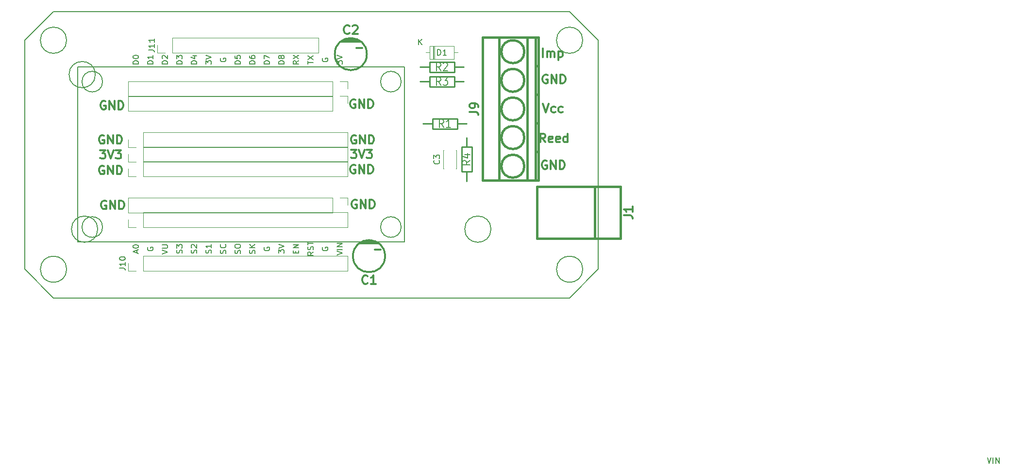
<source format=gto>
G04 #@! TF.GenerationSoftware,KiCad,Pcbnew,5.0.2-bee76a0~70~ubuntu18.04.1*
G04 #@! TF.CreationDate,2019-02-08T19:23:00+01:00*
G04 #@! TF.ProjectId,Metering,4d657465-7269-46e6-972e-6b696361645f,rev?*
G04 #@! TF.SameCoordinates,Original*
G04 #@! TF.FileFunction,Legend,Top*
G04 #@! TF.FilePolarity,Positive*
%FSLAX46Y46*%
G04 Gerber Fmt 4.6, Leading zero omitted, Abs format (unit mm)*
G04 Created by KiCad (PCBNEW 5.0.2-bee76a0~70~ubuntu18.04.1) date Fr 08 Feb 2019 19:23:00 CET*
%MOMM*%
%LPD*%
G01*
G04 APERTURE LIST*
%ADD10C,0.150000*%
%ADD11C,0.300000*%
%ADD12C,0.120000*%
%ADD13C,0.381000*%
%ADD14C,0.304800*%
%ADD15C,0.254000*%
%ADD16C,0.203200*%
G04 APERTURE END LIST*
D10*
X100000000Y-95000000D02*
X105000000Y-100000000D01*
X100000000Y-55000000D02*
X105000000Y-50000000D01*
X195000000Y-100000000D02*
X200000000Y-95000000D01*
X195000000Y-50000000D02*
X200000000Y-55000000D01*
D11*
X190345428Y-57955571D02*
X190345428Y-56455571D01*
X191059714Y-57955571D02*
X191059714Y-56955571D01*
X191059714Y-57098428D02*
X191131142Y-57027000D01*
X191274000Y-56955571D01*
X191488285Y-56955571D01*
X191631142Y-57027000D01*
X191702571Y-57169857D01*
X191702571Y-57955571D01*
X191702571Y-57169857D02*
X191774000Y-57027000D01*
X191916857Y-56955571D01*
X192131142Y-56955571D01*
X192274000Y-57027000D01*
X192345428Y-57169857D01*
X192345428Y-57955571D01*
X193059714Y-56955571D02*
X193059714Y-58455571D01*
X193059714Y-57027000D02*
X193202571Y-56955571D01*
X193488285Y-56955571D01*
X193631142Y-57027000D01*
X193702571Y-57098428D01*
X193774000Y-57241285D01*
X193774000Y-57669857D01*
X193702571Y-57812714D01*
X193631142Y-57884142D01*
X193488285Y-57955571D01*
X193202571Y-57955571D01*
X193059714Y-57884142D01*
X190778000Y-72814571D02*
X190278000Y-72100285D01*
X189920857Y-72814571D02*
X189920857Y-71314571D01*
X190492285Y-71314571D01*
X190635142Y-71386000D01*
X190706571Y-71457428D01*
X190778000Y-71600285D01*
X190778000Y-71814571D01*
X190706571Y-71957428D01*
X190635142Y-72028857D01*
X190492285Y-72100285D01*
X189920857Y-72100285D01*
X191992285Y-72743142D02*
X191849428Y-72814571D01*
X191563714Y-72814571D01*
X191420857Y-72743142D01*
X191349428Y-72600285D01*
X191349428Y-72028857D01*
X191420857Y-71886000D01*
X191563714Y-71814571D01*
X191849428Y-71814571D01*
X191992285Y-71886000D01*
X192063714Y-72028857D01*
X192063714Y-72171714D01*
X191349428Y-72314571D01*
X193278000Y-72743142D02*
X193135142Y-72814571D01*
X192849428Y-72814571D01*
X192706571Y-72743142D01*
X192635142Y-72600285D01*
X192635142Y-72028857D01*
X192706571Y-71886000D01*
X192849428Y-71814571D01*
X193135142Y-71814571D01*
X193278000Y-71886000D01*
X193349428Y-72028857D01*
X193349428Y-72171714D01*
X192635142Y-72314571D01*
X194635142Y-72814571D02*
X194635142Y-71314571D01*
X194635142Y-72743142D02*
X194492285Y-72814571D01*
X194206571Y-72814571D01*
X194063714Y-72743142D01*
X193992285Y-72671714D01*
X193920857Y-72528857D01*
X193920857Y-72100285D01*
X193992285Y-71957428D01*
X194063714Y-71886000D01*
X194206571Y-71814571D01*
X194492285Y-71814571D01*
X194635142Y-71886000D01*
X190365285Y-66107571D02*
X190865285Y-67607571D01*
X191365285Y-66107571D01*
X192508142Y-67536142D02*
X192365285Y-67607571D01*
X192079571Y-67607571D01*
X191936714Y-67536142D01*
X191865285Y-67464714D01*
X191793857Y-67321857D01*
X191793857Y-66893285D01*
X191865285Y-66750428D01*
X191936714Y-66679000D01*
X192079571Y-66607571D01*
X192365285Y-66607571D01*
X192508142Y-66679000D01*
X193793857Y-67536142D02*
X193651000Y-67607571D01*
X193365285Y-67607571D01*
X193222428Y-67536142D01*
X193151000Y-67464714D01*
X193079571Y-67321857D01*
X193079571Y-66893285D01*
X193151000Y-66750428D01*
X193222428Y-66679000D01*
X193365285Y-66607571D01*
X193651000Y-66607571D01*
X193793857Y-66679000D01*
X191135142Y-61099000D02*
X190992285Y-61027571D01*
X190778000Y-61027571D01*
X190563714Y-61099000D01*
X190420857Y-61241857D01*
X190349428Y-61384714D01*
X190278000Y-61670428D01*
X190278000Y-61884714D01*
X190349428Y-62170428D01*
X190420857Y-62313285D01*
X190563714Y-62456142D01*
X190778000Y-62527571D01*
X190920857Y-62527571D01*
X191135142Y-62456142D01*
X191206571Y-62384714D01*
X191206571Y-61884714D01*
X190920857Y-61884714D01*
X191849428Y-62527571D02*
X191849428Y-61027571D01*
X192706571Y-62527571D01*
X192706571Y-61027571D01*
X193420857Y-62527571D02*
X193420857Y-61027571D01*
X193778000Y-61027571D01*
X193992285Y-61099000D01*
X194135142Y-61241857D01*
X194206571Y-61384714D01*
X194278000Y-61670428D01*
X194278000Y-61884714D01*
X194206571Y-62170428D01*
X194135142Y-62313285D01*
X193992285Y-62456142D01*
X193778000Y-62527571D01*
X193420857Y-62527571D01*
X191008142Y-76085000D02*
X190865285Y-76013571D01*
X190651000Y-76013571D01*
X190436714Y-76085000D01*
X190293857Y-76227857D01*
X190222428Y-76370714D01*
X190151000Y-76656428D01*
X190151000Y-76870714D01*
X190222428Y-77156428D01*
X190293857Y-77299285D01*
X190436714Y-77442142D01*
X190651000Y-77513571D01*
X190793857Y-77513571D01*
X191008142Y-77442142D01*
X191079571Y-77370714D01*
X191079571Y-76870714D01*
X190793857Y-76870714D01*
X191722428Y-77513571D02*
X191722428Y-76013571D01*
X192579571Y-77513571D01*
X192579571Y-76013571D01*
X193293857Y-77513571D02*
X193293857Y-76013571D01*
X193651000Y-76013571D01*
X193865285Y-76085000D01*
X194008142Y-76227857D01*
X194079571Y-76370714D01*
X194151000Y-76656428D01*
X194151000Y-76870714D01*
X194079571Y-77156428D01*
X194008142Y-77299285D01*
X193865285Y-77442142D01*
X193651000Y-77513571D01*
X193293857Y-77513571D01*
X156892857Y-74108571D02*
X157821428Y-74108571D01*
X157321428Y-74680000D01*
X157535714Y-74680000D01*
X157678571Y-74751428D01*
X157750000Y-74822857D01*
X157821428Y-74965714D01*
X157821428Y-75322857D01*
X157750000Y-75465714D01*
X157678571Y-75537142D01*
X157535714Y-75608571D01*
X157107142Y-75608571D01*
X156964285Y-75537142D01*
X156892857Y-75465714D01*
X158250000Y-74108571D02*
X158750000Y-75608571D01*
X159250000Y-74108571D01*
X159607142Y-74108571D02*
X160535714Y-74108571D01*
X160035714Y-74680000D01*
X160250000Y-74680000D01*
X160392857Y-74751428D01*
X160464285Y-74822857D01*
X160535714Y-74965714D01*
X160535714Y-75322857D01*
X160464285Y-75465714D01*
X160392857Y-75537142D01*
X160250000Y-75608571D01*
X159821428Y-75608571D01*
X159678571Y-75537142D01*
X159607142Y-75465714D01*
X114173142Y-83070000D02*
X114030285Y-82998571D01*
X113816000Y-82998571D01*
X113601714Y-83070000D01*
X113458857Y-83212857D01*
X113387428Y-83355714D01*
X113316000Y-83641428D01*
X113316000Y-83855714D01*
X113387428Y-84141428D01*
X113458857Y-84284285D01*
X113601714Y-84427142D01*
X113816000Y-84498571D01*
X113958857Y-84498571D01*
X114173142Y-84427142D01*
X114244571Y-84355714D01*
X114244571Y-83855714D01*
X113958857Y-83855714D01*
X114887428Y-84498571D02*
X114887428Y-82998571D01*
X115744571Y-84498571D01*
X115744571Y-82998571D01*
X116458857Y-84498571D02*
X116458857Y-82998571D01*
X116816000Y-82998571D01*
X117030285Y-83070000D01*
X117173142Y-83212857D01*
X117244571Y-83355714D01*
X117316000Y-83641428D01*
X117316000Y-83855714D01*
X117244571Y-84141428D01*
X117173142Y-84284285D01*
X117030285Y-84427142D01*
X116816000Y-84498571D01*
X116458857Y-84498571D01*
X114046142Y-65671000D02*
X113903285Y-65599571D01*
X113689000Y-65599571D01*
X113474714Y-65671000D01*
X113331857Y-65813857D01*
X113260428Y-65956714D01*
X113189000Y-66242428D01*
X113189000Y-66456714D01*
X113260428Y-66742428D01*
X113331857Y-66885285D01*
X113474714Y-67028142D01*
X113689000Y-67099571D01*
X113831857Y-67099571D01*
X114046142Y-67028142D01*
X114117571Y-66956714D01*
X114117571Y-66456714D01*
X113831857Y-66456714D01*
X114760428Y-67099571D02*
X114760428Y-65599571D01*
X115617571Y-67099571D01*
X115617571Y-65599571D01*
X116331857Y-67099571D02*
X116331857Y-65599571D01*
X116689000Y-65599571D01*
X116903285Y-65671000D01*
X117046142Y-65813857D01*
X117117571Y-65956714D01*
X117189000Y-66242428D01*
X117189000Y-66456714D01*
X117117571Y-66742428D01*
X117046142Y-66885285D01*
X116903285Y-67028142D01*
X116689000Y-67099571D01*
X116331857Y-67099571D01*
X157734142Y-71640000D02*
X157591285Y-71568571D01*
X157377000Y-71568571D01*
X157162714Y-71640000D01*
X157019857Y-71782857D01*
X156948428Y-71925714D01*
X156877000Y-72211428D01*
X156877000Y-72425714D01*
X156948428Y-72711428D01*
X157019857Y-72854285D01*
X157162714Y-72997142D01*
X157377000Y-73068571D01*
X157519857Y-73068571D01*
X157734142Y-72997142D01*
X157805571Y-72925714D01*
X157805571Y-72425714D01*
X157519857Y-72425714D01*
X158448428Y-73068571D02*
X158448428Y-71568571D01*
X159305571Y-73068571D01*
X159305571Y-71568571D01*
X160019857Y-73068571D02*
X160019857Y-71568571D01*
X160377000Y-71568571D01*
X160591285Y-71640000D01*
X160734142Y-71782857D01*
X160805571Y-71925714D01*
X160877000Y-72211428D01*
X160877000Y-72425714D01*
X160805571Y-72711428D01*
X160734142Y-72854285D01*
X160591285Y-72997142D01*
X160377000Y-73068571D01*
X160019857Y-73068571D01*
X157607142Y-65417000D02*
X157464285Y-65345571D01*
X157250000Y-65345571D01*
X157035714Y-65417000D01*
X156892857Y-65559857D01*
X156821428Y-65702714D01*
X156750000Y-65988428D01*
X156750000Y-66202714D01*
X156821428Y-66488428D01*
X156892857Y-66631285D01*
X157035714Y-66774142D01*
X157250000Y-66845571D01*
X157392857Y-66845571D01*
X157607142Y-66774142D01*
X157678571Y-66702714D01*
X157678571Y-66202714D01*
X157392857Y-66202714D01*
X158321428Y-66845571D02*
X158321428Y-65345571D01*
X159178571Y-66845571D01*
X159178571Y-65345571D01*
X159892857Y-66845571D02*
X159892857Y-65345571D01*
X160250000Y-65345571D01*
X160464285Y-65417000D01*
X160607142Y-65559857D01*
X160678571Y-65702714D01*
X160750000Y-65988428D01*
X160750000Y-66202714D01*
X160678571Y-66488428D01*
X160607142Y-66631285D01*
X160464285Y-66774142D01*
X160250000Y-66845571D01*
X159892857Y-66845571D01*
X157607142Y-76847000D02*
X157464285Y-76775571D01*
X157250000Y-76775571D01*
X157035714Y-76847000D01*
X156892857Y-76989857D01*
X156821428Y-77132714D01*
X156750000Y-77418428D01*
X156750000Y-77632714D01*
X156821428Y-77918428D01*
X156892857Y-78061285D01*
X157035714Y-78204142D01*
X157250000Y-78275571D01*
X157392857Y-78275571D01*
X157607142Y-78204142D01*
X157678571Y-78132714D01*
X157678571Y-77632714D01*
X157392857Y-77632714D01*
X158321428Y-78275571D02*
X158321428Y-76775571D01*
X159178571Y-78275571D01*
X159178571Y-76775571D01*
X159892857Y-78275571D02*
X159892857Y-76775571D01*
X160250000Y-76775571D01*
X160464285Y-76847000D01*
X160607142Y-76989857D01*
X160678571Y-77132714D01*
X160750000Y-77418428D01*
X160750000Y-77632714D01*
X160678571Y-77918428D01*
X160607142Y-78061285D01*
X160464285Y-78204142D01*
X160250000Y-78275571D01*
X159892857Y-78275571D01*
X157861142Y-82943000D02*
X157718285Y-82871571D01*
X157504000Y-82871571D01*
X157289714Y-82943000D01*
X157146857Y-83085857D01*
X157075428Y-83228714D01*
X157004000Y-83514428D01*
X157004000Y-83728714D01*
X157075428Y-84014428D01*
X157146857Y-84157285D01*
X157289714Y-84300142D01*
X157504000Y-84371571D01*
X157646857Y-84371571D01*
X157861142Y-84300142D01*
X157932571Y-84228714D01*
X157932571Y-83728714D01*
X157646857Y-83728714D01*
X158575428Y-84371571D02*
X158575428Y-82871571D01*
X159432571Y-84371571D01*
X159432571Y-82871571D01*
X160146857Y-84371571D02*
X160146857Y-82871571D01*
X160504000Y-82871571D01*
X160718285Y-82943000D01*
X160861142Y-83085857D01*
X160932571Y-83228714D01*
X161004000Y-83514428D01*
X161004000Y-83728714D01*
X160932571Y-84014428D01*
X160861142Y-84157285D01*
X160718285Y-84300142D01*
X160504000Y-84371571D01*
X160146857Y-84371571D01*
X113792142Y-76974000D02*
X113649285Y-76902571D01*
X113435000Y-76902571D01*
X113220714Y-76974000D01*
X113077857Y-77116857D01*
X113006428Y-77259714D01*
X112935000Y-77545428D01*
X112935000Y-77759714D01*
X113006428Y-78045428D01*
X113077857Y-78188285D01*
X113220714Y-78331142D01*
X113435000Y-78402571D01*
X113577857Y-78402571D01*
X113792142Y-78331142D01*
X113863571Y-78259714D01*
X113863571Y-77759714D01*
X113577857Y-77759714D01*
X114506428Y-78402571D02*
X114506428Y-76902571D01*
X115363571Y-78402571D01*
X115363571Y-76902571D01*
X116077857Y-78402571D02*
X116077857Y-76902571D01*
X116435000Y-76902571D01*
X116649285Y-76974000D01*
X116792142Y-77116857D01*
X116863571Y-77259714D01*
X116935000Y-77545428D01*
X116935000Y-77759714D01*
X116863571Y-78045428D01*
X116792142Y-78188285D01*
X116649285Y-78331142D01*
X116435000Y-78402571D01*
X116077857Y-78402571D01*
X113792142Y-71640000D02*
X113649285Y-71568571D01*
X113435000Y-71568571D01*
X113220714Y-71640000D01*
X113077857Y-71782857D01*
X113006428Y-71925714D01*
X112935000Y-72211428D01*
X112935000Y-72425714D01*
X113006428Y-72711428D01*
X113077857Y-72854285D01*
X113220714Y-72997142D01*
X113435000Y-73068571D01*
X113577857Y-73068571D01*
X113792142Y-72997142D01*
X113863571Y-72925714D01*
X113863571Y-72425714D01*
X113577857Y-72425714D01*
X114506428Y-73068571D02*
X114506428Y-71568571D01*
X115363571Y-73068571D01*
X115363571Y-71568571D01*
X116077857Y-73068571D02*
X116077857Y-71568571D01*
X116435000Y-71568571D01*
X116649285Y-71640000D01*
X116792142Y-71782857D01*
X116863571Y-71925714D01*
X116935000Y-72211428D01*
X116935000Y-72425714D01*
X116863571Y-72711428D01*
X116792142Y-72854285D01*
X116649285Y-72997142D01*
X116435000Y-73068571D01*
X116077857Y-73068571D01*
X113142857Y-74178571D02*
X114071428Y-74178571D01*
X113571428Y-74750000D01*
X113785714Y-74750000D01*
X113928571Y-74821428D01*
X114000000Y-74892857D01*
X114071428Y-75035714D01*
X114071428Y-75392857D01*
X114000000Y-75535714D01*
X113928571Y-75607142D01*
X113785714Y-75678571D01*
X113357142Y-75678571D01*
X113214285Y-75607142D01*
X113142857Y-75535714D01*
X114500000Y-74178571D02*
X115000000Y-75678571D01*
X115500000Y-74178571D01*
X115857142Y-74178571D02*
X116785714Y-74178571D01*
X116285714Y-74750000D01*
X116500000Y-74750000D01*
X116642857Y-74821428D01*
X116714285Y-74892857D01*
X116785714Y-75035714D01*
X116785714Y-75392857D01*
X116714285Y-75535714D01*
X116642857Y-75607142D01*
X116500000Y-75678571D01*
X116071428Y-75678571D01*
X115928571Y-75607142D01*
X115857142Y-75535714D01*
D10*
X100000000Y-95000000D02*
X100000000Y-55000000D01*
X195000000Y-100000000D02*
X105000000Y-100000000D01*
X200000000Y-55000000D02*
X200000000Y-95000000D01*
X105000000Y-50000000D02*
X195000000Y-50000000D01*
G04 #@! TO.C,REF\002A\002A*
X112286000Y-61000000D02*
G75*
G03X112286000Y-61000000I-2286000J0D01*
G01*
X112706000Y-88000000D02*
G75*
G03X112706000Y-88000000I-2286000J0D01*
G01*
X181286000Y-88000000D02*
G75*
G03X181286000Y-88000000I-2286000J0D01*
G01*
G04 #@! TO.C,U1*
X165626051Y-62230000D02*
G75*
G03X165626051Y-62230000I-1796051J0D01*
G01*
X165626051Y-87630000D02*
G75*
G03X165626051Y-87630000I-1796051J0D01*
G01*
X113556051Y-87630000D02*
G75*
G03X113556051Y-87630000I-1796051J0D01*
G01*
X113556051Y-62230000D02*
G75*
G03X113556051Y-62230000I-1796051J0D01*
G01*
X109200000Y-59680000D02*
X109200000Y-89680000D01*
X109200000Y-89680000D02*
X109200000Y-90180000D01*
X109200000Y-90180000D02*
X166200000Y-90180000D01*
X166200000Y-90180000D02*
X166200000Y-59680000D01*
X166200000Y-59680000D02*
X109200000Y-59680000D01*
D12*
G04 #@! TO.C,D1*
X170600000Y-56030000D02*
X170600000Y-58270000D01*
X170600000Y-58270000D02*
X174840000Y-58270000D01*
X174840000Y-58270000D02*
X174840000Y-56030000D01*
X174840000Y-56030000D02*
X170600000Y-56030000D01*
X169950000Y-57150000D02*
X170600000Y-57150000D01*
X175490000Y-57150000D02*
X174840000Y-57150000D01*
X171320000Y-56030000D02*
X171320000Y-58270000D01*
X171440000Y-56030000D02*
X171440000Y-58270000D01*
X171200000Y-56030000D02*
X171200000Y-58270000D01*
D10*
G04 #@! TO.C,REF\002A\002A*
X197286000Y-95000000D02*
G75*
G03X197286000Y-95000000I-2286000J0D01*
G01*
X107286000Y-95000000D02*
G75*
G03X107286000Y-95000000I-2286000J0D01*
G01*
D13*
G04 #@! TO.C,J9*
X189100000Y-59500000D02*
X189600000Y-59500000D01*
X187100000Y-57000000D02*
G75*
G03X187100000Y-57000000I-2000000J0D01*
G01*
X189100000Y-64500000D02*
X189600000Y-64500000D01*
X187100000Y-62000000D02*
G75*
G03X187100000Y-62000000I-2000000J0D01*
G01*
X187100000Y-67000000D02*
G75*
G03X187100000Y-67000000I-2000000J0D01*
G01*
X189100000Y-69500000D02*
X189600000Y-69500000D01*
X189100000Y-74500000D02*
X189600000Y-74500000D01*
X187100000Y-72000000D02*
G75*
G03X187100000Y-72000000I-2000000J0D01*
G01*
X187100000Y-77000000D02*
G75*
G03X187100000Y-77000000I-2000000J0D01*
G01*
X187600000Y-79500000D02*
X187600000Y-54500000D01*
X182700000Y-79500000D02*
X182700000Y-54500000D01*
X189100000Y-79500000D02*
X189100000Y-54500000D01*
X189600000Y-79500000D02*
X189600000Y-54500000D01*
X189600000Y-54500000D02*
X179800000Y-54500000D01*
X179800000Y-54500000D02*
X179800000Y-79500000D01*
X179800000Y-79500000D02*
X189600000Y-79500000D01*
D11*
G04 #@! TO.C,C2*
X157845000Y-56320000D02*
X158845000Y-56320000D01*
D14*
X159645000Y-57420000D02*
G75*
G03X159645000Y-57420000I-2800000J0D01*
G01*
X155145000Y-55220000D02*
X158545000Y-55220000D01*
X155545000Y-55020000D02*
X158145000Y-55020000D01*
X156045000Y-54820000D02*
X157645000Y-54820000D01*
D15*
G04 #@! TO.C,R1*
X171069000Y-70485000D02*
X175387000Y-70485000D01*
X171069000Y-68707000D02*
X171069000Y-70485000D01*
X175387000Y-68707000D02*
X171069000Y-68707000D01*
X175387000Y-70485000D02*
X175387000Y-68707000D01*
X175387000Y-69596000D02*
X177038000Y-69596000D01*
X171069000Y-69596000D02*
X169418000Y-69596000D01*
G04 #@! TO.C,R2*
X170561000Y-59690000D02*
X168910000Y-59690000D01*
X174879000Y-59690000D02*
X176530000Y-59690000D01*
X174879000Y-60579000D02*
X174879000Y-58801000D01*
X174879000Y-58801000D02*
X170561000Y-58801000D01*
X170561000Y-58801000D02*
X170561000Y-60579000D01*
X170561000Y-60579000D02*
X174879000Y-60579000D01*
G04 #@! TO.C,R3*
X170561000Y-62230000D02*
X168910000Y-62230000D01*
X174879000Y-62230000D02*
X176530000Y-62230000D01*
X174879000Y-63119000D02*
X174879000Y-61341000D01*
X174879000Y-61341000D02*
X170561000Y-61341000D01*
X170561000Y-61341000D02*
X170561000Y-63119000D01*
X170561000Y-63119000D02*
X174879000Y-63119000D01*
D13*
G04 #@! TO.C,J1*
X199400160Y-89590880D02*
X199400160Y-80589120D01*
X203901040Y-89590880D02*
X203901040Y-80589120D01*
X203901040Y-80589120D02*
X189301120Y-80589120D01*
X189301120Y-80589120D02*
X189301120Y-89590880D01*
X189301120Y-89590880D02*
X203901040Y-89590880D01*
D12*
G04 #@! TO.C,J2*
X156270000Y-87690000D02*
X156270000Y-85030000D01*
X120650000Y-87690000D02*
X156270000Y-87690000D01*
X120650000Y-85030000D02*
X156270000Y-85030000D01*
X120650000Y-87690000D02*
X120650000Y-85030000D01*
X119380000Y-87690000D02*
X118050000Y-87690000D01*
X118050000Y-87690000D02*
X118050000Y-86360000D01*
G04 #@! TO.C,J3*
X118050000Y-62170000D02*
X118050000Y-64830000D01*
X153670000Y-62170000D02*
X118050000Y-62170000D01*
X153670000Y-64830000D02*
X118050000Y-64830000D01*
X153670000Y-62170000D02*
X153670000Y-64830000D01*
X154940000Y-62170000D02*
X156270000Y-62170000D01*
X156270000Y-62170000D02*
X156270000Y-63500000D01*
G04 #@! TO.C,J4*
X156270000Y-64710000D02*
X156270000Y-66040000D01*
X154940000Y-64710000D02*
X156270000Y-64710000D01*
X153670000Y-64710000D02*
X153670000Y-67370000D01*
X153670000Y-67370000D02*
X118050000Y-67370000D01*
X153670000Y-64710000D02*
X118050000Y-64710000D01*
X118050000Y-64710000D02*
X118050000Y-67370000D01*
G04 #@! TO.C,J5*
X118050000Y-82490000D02*
X118050000Y-85150000D01*
X153670000Y-82490000D02*
X118050000Y-82490000D01*
X153670000Y-85150000D02*
X118050000Y-85150000D01*
X153670000Y-82490000D02*
X153670000Y-85150000D01*
X154940000Y-82490000D02*
X156270000Y-82490000D01*
X156270000Y-82490000D02*
X156270000Y-83820000D01*
G04 #@! TO.C,J6*
X156270000Y-73720000D02*
X156270000Y-71060000D01*
X120650000Y-73720000D02*
X156270000Y-73720000D01*
X120650000Y-71060000D02*
X156270000Y-71060000D01*
X120650000Y-73720000D02*
X120650000Y-71060000D01*
X119380000Y-73720000D02*
X118050000Y-73720000D01*
X118050000Y-73720000D02*
X118050000Y-72390000D01*
G04 #@! TO.C,J7*
X156270000Y-78800000D02*
X156270000Y-76140000D01*
X120650000Y-78800000D02*
X156270000Y-78800000D01*
X120650000Y-76140000D02*
X156270000Y-76140000D01*
X120650000Y-78800000D02*
X120650000Y-76140000D01*
X119380000Y-78800000D02*
X118050000Y-78800000D01*
X118050000Y-78800000D02*
X118050000Y-77470000D01*
G04 #@! TO.C,J8*
X156270000Y-76260000D02*
X156270000Y-73600000D01*
X120650000Y-76260000D02*
X156270000Y-76260000D01*
X120650000Y-73600000D02*
X156270000Y-73600000D01*
X120650000Y-76260000D02*
X120650000Y-73600000D01*
X119380000Y-76260000D02*
X118050000Y-76260000D01*
X118050000Y-76260000D02*
X118050000Y-74930000D01*
D14*
G04 #@! TO.C,C1*
X159220000Y-90110000D02*
X160820000Y-90110000D01*
X158720000Y-90310000D02*
X161320000Y-90310000D01*
X158320000Y-90510000D02*
X161720000Y-90510000D01*
X162820000Y-92710000D02*
G75*
G03X162820000Y-92710000I-2800000J0D01*
G01*
D11*
X161020000Y-91610000D02*
X162020000Y-91610000D01*
D12*
G04 #@! TO.C,J10*
X156270000Y-95310000D02*
X156270000Y-92650000D01*
X120650000Y-95310000D02*
X156270000Y-95310000D01*
X120650000Y-92650000D02*
X156270000Y-92650000D01*
X120650000Y-95310000D02*
X120650000Y-92650000D01*
X119380000Y-95310000D02*
X118050000Y-95310000D01*
X118050000Y-95310000D02*
X118050000Y-93980000D01*
G04 #@! TO.C,J11*
X151190000Y-57210000D02*
X151190000Y-54550000D01*
X125730000Y-57210000D02*
X151190000Y-57210000D01*
X125730000Y-54550000D02*
X151190000Y-54550000D01*
X125730000Y-57210000D02*
X125730000Y-54550000D01*
X124460000Y-57210000D02*
X123130000Y-57210000D01*
X123130000Y-57210000D02*
X123130000Y-55880000D01*
D10*
G04 #@! TO.C,REF\002A\002A*
X107286000Y-55000000D02*
G75*
G03X107286000Y-55000000I-2286000J0D01*
G01*
X197286000Y-55000000D02*
G75*
G03X197286000Y-55000000I-2286000J0D01*
G01*
D12*
G04 #@! TO.C,C3*
X172997000Y-77459000D02*
X172997000Y-74219000D01*
X175237000Y-77459000D02*
X175237000Y-74219000D01*
X172997000Y-77459000D02*
X173062000Y-77459000D01*
X175172000Y-77459000D02*
X175237000Y-77459000D01*
X172997000Y-74219000D02*
X173062000Y-74219000D01*
X175172000Y-74219000D02*
X175237000Y-74219000D01*
D15*
G04 #@! TO.C,R4*
X177038000Y-77978000D02*
X177038000Y-79629000D01*
X177038000Y-73660000D02*
X177038000Y-72009000D01*
X177927000Y-73660000D02*
X176149000Y-73660000D01*
X176149000Y-73660000D02*
X176149000Y-77978000D01*
X176149000Y-77978000D02*
X177927000Y-77978000D01*
X177927000Y-77978000D02*
X177927000Y-73660000D01*
G04 #@! TD*
G04 #@! TO.C,*
D10*
X267844761Y-127892380D02*
X268178095Y-128892380D01*
X268511428Y-127892380D01*
X268844761Y-128892380D02*
X268844761Y-127892380D01*
X269320952Y-128892380D02*
X269320952Y-127892380D01*
X269892380Y-128892380D01*
X269892380Y-127892380D01*
G04 #@! TO.C,U1*
X154392380Y-92535238D02*
X155392380Y-92201904D01*
X154392380Y-91868571D01*
X155392380Y-91535238D02*
X154392380Y-91535238D01*
X155392380Y-91059047D02*
X154392380Y-91059047D01*
X155392380Y-90487619D01*
X154392380Y-90487619D01*
X151900000Y-91178095D02*
X151852380Y-91273333D01*
X151852380Y-91416190D01*
X151900000Y-91559047D01*
X151995238Y-91654285D01*
X152090476Y-91701904D01*
X152280952Y-91749523D01*
X152423809Y-91749523D01*
X152614285Y-91701904D01*
X152709523Y-91654285D01*
X152804761Y-91559047D01*
X152852380Y-91416190D01*
X152852380Y-91320952D01*
X152804761Y-91178095D01*
X152757142Y-91130476D01*
X152423809Y-91130476D01*
X152423809Y-91320952D01*
X150312380Y-91987619D02*
X149836190Y-92320952D01*
X150312380Y-92559047D02*
X149312380Y-92559047D01*
X149312380Y-92178095D01*
X149360000Y-92082857D01*
X149407619Y-92035238D01*
X149502857Y-91987619D01*
X149645714Y-91987619D01*
X149740952Y-92035238D01*
X149788571Y-92082857D01*
X149836190Y-92178095D01*
X149836190Y-92559047D01*
X150264761Y-91606666D02*
X150312380Y-91463809D01*
X150312380Y-91225714D01*
X150264761Y-91130476D01*
X150217142Y-91082857D01*
X150121904Y-91035238D01*
X150026666Y-91035238D01*
X149931428Y-91082857D01*
X149883809Y-91130476D01*
X149836190Y-91225714D01*
X149788571Y-91416190D01*
X149740952Y-91511428D01*
X149693333Y-91559047D01*
X149598095Y-91606666D01*
X149502857Y-91606666D01*
X149407619Y-91559047D01*
X149360000Y-91511428D01*
X149312380Y-91416190D01*
X149312380Y-91178095D01*
X149360000Y-91035238D01*
X149312380Y-90749523D02*
X149312380Y-90178095D01*
X150312380Y-90463809D02*
X149312380Y-90463809D01*
X147248571Y-92178095D02*
X147248571Y-91844761D01*
X147772380Y-91701904D02*
X147772380Y-92178095D01*
X146772380Y-92178095D01*
X146772380Y-91701904D01*
X147772380Y-91273333D02*
X146772380Y-91273333D01*
X147772380Y-90701904D01*
X146772380Y-90701904D01*
X144232380Y-92201904D02*
X144232380Y-91582857D01*
X144613333Y-91916190D01*
X144613333Y-91773333D01*
X144660952Y-91678095D01*
X144708571Y-91630476D01*
X144803809Y-91582857D01*
X145041904Y-91582857D01*
X145137142Y-91630476D01*
X145184761Y-91678095D01*
X145232380Y-91773333D01*
X145232380Y-92059047D01*
X145184761Y-92154285D01*
X145137142Y-92201904D01*
X144232380Y-91297142D02*
X145232380Y-90963809D01*
X144232380Y-90630476D01*
X141740000Y-91178095D02*
X141692380Y-91273333D01*
X141692380Y-91416190D01*
X141740000Y-91559047D01*
X141835238Y-91654285D01*
X141930476Y-91701904D01*
X142120952Y-91749523D01*
X142263809Y-91749523D01*
X142454285Y-91701904D01*
X142549523Y-91654285D01*
X142644761Y-91559047D01*
X142692380Y-91416190D01*
X142692380Y-91320952D01*
X142644761Y-91178095D01*
X142597142Y-91130476D01*
X142263809Y-91130476D01*
X142263809Y-91320952D01*
X140104761Y-92225714D02*
X140152380Y-92082857D01*
X140152380Y-91844761D01*
X140104761Y-91749523D01*
X140057142Y-91701904D01*
X139961904Y-91654285D01*
X139866666Y-91654285D01*
X139771428Y-91701904D01*
X139723809Y-91749523D01*
X139676190Y-91844761D01*
X139628571Y-92035238D01*
X139580952Y-92130476D01*
X139533333Y-92178095D01*
X139438095Y-92225714D01*
X139342857Y-92225714D01*
X139247619Y-92178095D01*
X139200000Y-92130476D01*
X139152380Y-92035238D01*
X139152380Y-91797142D01*
X139200000Y-91654285D01*
X140152380Y-91225714D02*
X139152380Y-91225714D01*
X140152380Y-90654285D02*
X139580952Y-91082857D01*
X139152380Y-90654285D02*
X139723809Y-91225714D01*
X137564761Y-92249523D02*
X137612380Y-92106666D01*
X137612380Y-91868571D01*
X137564761Y-91773333D01*
X137517142Y-91725714D01*
X137421904Y-91678095D01*
X137326666Y-91678095D01*
X137231428Y-91725714D01*
X137183809Y-91773333D01*
X137136190Y-91868571D01*
X137088571Y-92059047D01*
X137040952Y-92154285D01*
X136993333Y-92201904D01*
X136898095Y-92249523D01*
X136802857Y-92249523D01*
X136707619Y-92201904D01*
X136660000Y-92154285D01*
X136612380Y-92059047D01*
X136612380Y-91820952D01*
X136660000Y-91678095D01*
X136612380Y-91059047D02*
X136612380Y-90868571D01*
X136660000Y-90773333D01*
X136755238Y-90678095D01*
X136945714Y-90630476D01*
X137279047Y-90630476D01*
X137469523Y-90678095D01*
X137564761Y-90773333D01*
X137612380Y-90868571D01*
X137612380Y-91059047D01*
X137564761Y-91154285D01*
X137469523Y-91249523D01*
X137279047Y-91297142D01*
X136945714Y-91297142D01*
X136755238Y-91249523D01*
X136660000Y-91154285D01*
X136612380Y-91059047D01*
X135024761Y-92225714D02*
X135072380Y-92082857D01*
X135072380Y-91844761D01*
X135024761Y-91749523D01*
X134977142Y-91701904D01*
X134881904Y-91654285D01*
X134786666Y-91654285D01*
X134691428Y-91701904D01*
X134643809Y-91749523D01*
X134596190Y-91844761D01*
X134548571Y-92035238D01*
X134500952Y-92130476D01*
X134453333Y-92178095D01*
X134358095Y-92225714D01*
X134262857Y-92225714D01*
X134167619Y-92178095D01*
X134120000Y-92130476D01*
X134072380Y-92035238D01*
X134072380Y-91797142D01*
X134120000Y-91654285D01*
X134977142Y-90654285D02*
X135024761Y-90701904D01*
X135072380Y-90844761D01*
X135072380Y-90940000D01*
X135024761Y-91082857D01*
X134929523Y-91178095D01*
X134834285Y-91225714D01*
X134643809Y-91273333D01*
X134500952Y-91273333D01*
X134310476Y-91225714D01*
X134215238Y-91178095D01*
X134120000Y-91082857D01*
X134072380Y-90940000D01*
X134072380Y-90844761D01*
X134120000Y-90701904D01*
X134167619Y-90654285D01*
X132484761Y-92201904D02*
X132532380Y-92059047D01*
X132532380Y-91820952D01*
X132484761Y-91725714D01*
X132437142Y-91678095D01*
X132341904Y-91630476D01*
X132246666Y-91630476D01*
X132151428Y-91678095D01*
X132103809Y-91725714D01*
X132056190Y-91820952D01*
X132008571Y-92011428D01*
X131960952Y-92106666D01*
X131913333Y-92154285D01*
X131818095Y-92201904D01*
X131722857Y-92201904D01*
X131627619Y-92154285D01*
X131580000Y-92106666D01*
X131532380Y-92011428D01*
X131532380Y-91773333D01*
X131580000Y-91630476D01*
X132532380Y-90678095D02*
X132532380Y-91249523D01*
X132532380Y-90963809D02*
X131532380Y-90963809D01*
X131675238Y-91059047D01*
X131770476Y-91154285D01*
X131818095Y-91249523D01*
X129944761Y-92201904D02*
X129992380Y-92059047D01*
X129992380Y-91820952D01*
X129944761Y-91725714D01*
X129897142Y-91678095D01*
X129801904Y-91630476D01*
X129706666Y-91630476D01*
X129611428Y-91678095D01*
X129563809Y-91725714D01*
X129516190Y-91820952D01*
X129468571Y-92011428D01*
X129420952Y-92106666D01*
X129373333Y-92154285D01*
X129278095Y-92201904D01*
X129182857Y-92201904D01*
X129087619Y-92154285D01*
X129040000Y-92106666D01*
X128992380Y-92011428D01*
X128992380Y-91773333D01*
X129040000Y-91630476D01*
X129087619Y-91249523D02*
X129040000Y-91201904D01*
X128992380Y-91106666D01*
X128992380Y-90868571D01*
X129040000Y-90773333D01*
X129087619Y-90725714D01*
X129182857Y-90678095D01*
X129278095Y-90678095D01*
X129420952Y-90725714D01*
X129992380Y-91297142D01*
X129992380Y-90678095D01*
X127404761Y-92201904D02*
X127452380Y-92059047D01*
X127452380Y-91820952D01*
X127404761Y-91725714D01*
X127357142Y-91678095D01*
X127261904Y-91630476D01*
X127166666Y-91630476D01*
X127071428Y-91678095D01*
X127023809Y-91725714D01*
X126976190Y-91820952D01*
X126928571Y-92011428D01*
X126880952Y-92106666D01*
X126833333Y-92154285D01*
X126738095Y-92201904D01*
X126642857Y-92201904D01*
X126547619Y-92154285D01*
X126500000Y-92106666D01*
X126452380Y-92011428D01*
X126452380Y-91773333D01*
X126500000Y-91630476D01*
X126452380Y-91297142D02*
X126452380Y-90678095D01*
X126833333Y-91011428D01*
X126833333Y-90868571D01*
X126880952Y-90773333D01*
X126928571Y-90725714D01*
X127023809Y-90678095D01*
X127261904Y-90678095D01*
X127357142Y-90725714D01*
X127404761Y-90773333D01*
X127452380Y-90868571D01*
X127452380Y-91154285D01*
X127404761Y-91249523D01*
X127357142Y-91297142D01*
X123912380Y-92297142D02*
X124912380Y-91963809D01*
X123912380Y-91630476D01*
X123912380Y-91297142D02*
X124721904Y-91297142D01*
X124817142Y-91249523D01*
X124864761Y-91201904D01*
X124912380Y-91106666D01*
X124912380Y-90916190D01*
X124864761Y-90820952D01*
X124817142Y-90773333D01*
X124721904Y-90725714D01*
X123912380Y-90725714D01*
X121420000Y-91178095D02*
X121372380Y-91273333D01*
X121372380Y-91416190D01*
X121420000Y-91559047D01*
X121515238Y-91654285D01*
X121610476Y-91701904D01*
X121800952Y-91749523D01*
X121943809Y-91749523D01*
X122134285Y-91701904D01*
X122229523Y-91654285D01*
X122324761Y-91559047D01*
X122372380Y-91416190D01*
X122372380Y-91320952D01*
X122324761Y-91178095D01*
X122277142Y-91130476D01*
X121943809Y-91130476D01*
X121943809Y-91320952D01*
X119546666Y-92154285D02*
X119546666Y-91678095D01*
X119832380Y-92249523D02*
X118832380Y-91916190D01*
X119832380Y-91582857D01*
X118832380Y-91059047D02*
X118832380Y-90963809D01*
X118880000Y-90868571D01*
X118927619Y-90820952D01*
X119022857Y-90773333D01*
X119213333Y-90725714D01*
X119451428Y-90725714D01*
X119641904Y-90773333D01*
X119737142Y-90820952D01*
X119784761Y-90868571D01*
X119832380Y-90963809D01*
X119832380Y-91059047D01*
X119784761Y-91154285D01*
X119737142Y-91201904D01*
X119641904Y-91249523D01*
X119451428Y-91297142D01*
X119213333Y-91297142D01*
X119022857Y-91249523D01*
X118927619Y-91201904D01*
X118880000Y-91154285D01*
X118832380Y-91059047D01*
X154392380Y-59181904D02*
X154392380Y-58562857D01*
X154773333Y-58896190D01*
X154773333Y-58753333D01*
X154820952Y-58658095D01*
X154868571Y-58610476D01*
X154963809Y-58562857D01*
X155201904Y-58562857D01*
X155297142Y-58610476D01*
X155344761Y-58658095D01*
X155392380Y-58753333D01*
X155392380Y-59039047D01*
X155344761Y-59134285D01*
X155297142Y-59181904D01*
X154392380Y-58277142D02*
X155392380Y-57943809D01*
X154392380Y-57610476D01*
X151900000Y-58158095D02*
X151852380Y-58253333D01*
X151852380Y-58396190D01*
X151900000Y-58539047D01*
X151995238Y-58634285D01*
X152090476Y-58681904D01*
X152280952Y-58729523D01*
X152423809Y-58729523D01*
X152614285Y-58681904D01*
X152709523Y-58634285D01*
X152804761Y-58539047D01*
X152852380Y-58396190D01*
X152852380Y-58300952D01*
X152804761Y-58158095D01*
X152757142Y-58110476D01*
X152423809Y-58110476D01*
X152423809Y-58300952D01*
X149312380Y-59181904D02*
X149312380Y-58610476D01*
X150312380Y-58896190D02*
X149312380Y-58896190D01*
X149312380Y-58372380D02*
X150312380Y-57705714D01*
X149312380Y-57705714D02*
X150312380Y-58372380D01*
X147772380Y-58586666D02*
X147296190Y-58920000D01*
X147772380Y-59158095D02*
X146772380Y-59158095D01*
X146772380Y-58777142D01*
X146820000Y-58681904D01*
X146867619Y-58634285D01*
X146962857Y-58586666D01*
X147105714Y-58586666D01*
X147200952Y-58634285D01*
X147248571Y-58681904D01*
X147296190Y-58777142D01*
X147296190Y-59158095D01*
X146772380Y-58253333D02*
X147772380Y-57586666D01*
X146772380Y-57586666D02*
X147772380Y-58253333D01*
X145232380Y-59158095D02*
X144232380Y-59158095D01*
X144232380Y-58920000D01*
X144280000Y-58777142D01*
X144375238Y-58681904D01*
X144470476Y-58634285D01*
X144660952Y-58586666D01*
X144803809Y-58586666D01*
X144994285Y-58634285D01*
X145089523Y-58681904D01*
X145184761Y-58777142D01*
X145232380Y-58920000D01*
X145232380Y-59158095D01*
X144660952Y-58015238D02*
X144613333Y-58110476D01*
X144565714Y-58158095D01*
X144470476Y-58205714D01*
X144422857Y-58205714D01*
X144327619Y-58158095D01*
X144280000Y-58110476D01*
X144232380Y-58015238D01*
X144232380Y-57824761D01*
X144280000Y-57729523D01*
X144327619Y-57681904D01*
X144422857Y-57634285D01*
X144470476Y-57634285D01*
X144565714Y-57681904D01*
X144613333Y-57729523D01*
X144660952Y-57824761D01*
X144660952Y-58015238D01*
X144708571Y-58110476D01*
X144756190Y-58158095D01*
X144851428Y-58205714D01*
X145041904Y-58205714D01*
X145137142Y-58158095D01*
X145184761Y-58110476D01*
X145232380Y-58015238D01*
X145232380Y-57824761D01*
X145184761Y-57729523D01*
X145137142Y-57681904D01*
X145041904Y-57634285D01*
X144851428Y-57634285D01*
X144756190Y-57681904D01*
X144708571Y-57729523D01*
X144660952Y-57824761D01*
X142692380Y-59158095D02*
X141692380Y-59158095D01*
X141692380Y-58920000D01*
X141740000Y-58777142D01*
X141835238Y-58681904D01*
X141930476Y-58634285D01*
X142120952Y-58586666D01*
X142263809Y-58586666D01*
X142454285Y-58634285D01*
X142549523Y-58681904D01*
X142644761Y-58777142D01*
X142692380Y-58920000D01*
X142692380Y-59158095D01*
X141692380Y-58253333D02*
X141692380Y-57586666D01*
X142692380Y-58015238D01*
X140152380Y-59158095D02*
X139152380Y-59158095D01*
X139152380Y-58920000D01*
X139200000Y-58777142D01*
X139295238Y-58681904D01*
X139390476Y-58634285D01*
X139580952Y-58586666D01*
X139723809Y-58586666D01*
X139914285Y-58634285D01*
X140009523Y-58681904D01*
X140104761Y-58777142D01*
X140152380Y-58920000D01*
X140152380Y-59158095D01*
X139152380Y-57729523D02*
X139152380Y-57920000D01*
X139200000Y-58015238D01*
X139247619Y-58062857D01*
X139390476Y-58158095D01*
X139580952Y-58205714D01*
X139961904Y-58205714D01*
X140057142Y-58158095D01*
X140104761Y-58110476D01*
X140152380Y-58015238D01*
X140152380Y-57824761D01*
X140104761Y-57729523D01*
X140057142Y-57681904D01*
X139961904Y-57634285D01*
X139723809Y-57634285D01*
X139628571Y-57681904D01*
X139580952Y-57729523D01*
X139533333Y-57824761D01*
X139533333Y-58015238D01*
X139580952Y-58110476D01*
X139628571Y-58158095D01*
X139723809Y-58205714D01*
X137612380Y-59158095D02*
X136612380Y-59158095D01*
X136612380Y-58920000D01*
X136660000Y-58777142D01*
X136755238Y-58681904D01*
X136850476Y-58634285D01*
X137040952Y-58586666D01*
X137183809Y-58586666D01*
X137374285Y-58634285D01*
X137469523Y-58681904D01*
X137564761Y-58777142D01*
X137612380Y-58920000D01*
X137612380Y-59158095D01*
X136612380Y-57681904D02*
X136612380Y-58158095D01*
X137088571Y-58205714D01*
X137040952Y-58158095D01*
X136993333Y-58062857D01*
X136993333Y-57824761D01*
X137040952Y-57729523D01*
X137088571Y-57681904D01*
X137183809Y-57634285D01*
X137421904Y-57634285D01*
X137517142Y-57681904D01*
X137564761Y-57729523D01*
X137612380Y-57824761D01*
X137612380Y-58062857D01*
X137564761Y-58158095D01*
X137517142Y-58205714D01*
X134120000Y-58158095D02*
X134072380Y-58253333D01*
X134072380Y-58396190D01*
X134120000Y-58539047D01*
X134215238Y-58634285D01*
X134310476Y-58681904D01*
X134500952Y-58729523D01*
X134643809Y-58729523D01*
X134834285Y-58681904D01*
X134929523Y-58634285D01*
X135024761Y-58539047D01*
X135072380Y-58396190D01*
X135072380Y-58300952D01*
X135024761Y-58158095D01*
X134977142Y-58110476D01*
X134643809Y-58110476D01*
X134643809Y-58300952D01*
X131532380Y-59181904D02*
X131532380Y-58562857D01*
X131913333Y-58896190D01*
X131913333Y-58753333D01*
X131960952Y-58658095D01*
X132008571Y-58610476D01*
X132103809Y-58562857D01*
X132341904Y-58562857D01*
X132437142Y-58610476D01*
X132484761Y-58658095D01*
X132532380Y-58753333D01*
X132532380Y-59039047D01*
X132484761Y-59134285D01*
X132437142Y-59181904D01*
X131532380Y-58277142D02*
X132532380Y-57943809D01*
X131532380Y-57610476D01*
X129992380Y-59158095D02*
X128992380Y-59158095D01*
X128992380Y-58920000D01*
X129040000Y-58777142D01*
X129135238Y-58681904D01*
X129230476Y-58634285D01*
X129420952Y-58586666D01*
X129563809Y-58586666D01*
X129754285Y-58634285D01*
X129849523Y-58681904D01*
X129944761Y-58777142D01*
X129992380Y-58920000D01*
X129992380Y-59158095D01*
X129325714Y-57729523D02*
X129992380Y-57729523D01*
X128944761Y-57967619D02*
X129659047Y-58205714D01*
X129659047Y-57586666D01*
X127452380Y-59158095D02*
X126452380Y-59158095D01*
X126452380Y-58920000D01*
X126500000Y-58777142D01*
X126595238Y-58681904D01*
X126690476Y-58634285D01*
X126880952Y-58586666D01*
X127023809Y-58586666D01*
X127214285Y-58634285D01*
X127309523Y-58681904D01*
X127404761Y-58777142D01*
X127452380Y-58920000D01*
X127452380Y-59158095D01*
X126452380Y-58253333D02*
X126452380Y-57634285D01*
X126833333Y-57967619D01*
X126833333Y-57824761D01*
X126880952Y-57729523D01*
X126928571Y-57681904D01*
X127023809Y-57634285D01*
X127261904Y-57634285D01*
X127357142Y-57681904D01*
X127404761Y-57729523D01*
X127452380Y-57824761D01*
X127452380Y-58110476D01*
X127404761Y-58205714D01*
X127357142Y-58253333D01*
X124912380Y-59158095D02*
X123912380Y-59158095D01*
X123912380Y-58920000D01*
X123960000Y-58777142D01*
X124055238Y-58681904D01*
X124150476Y-58634285D01*
X124340952Y-58586666D01*
X124483809Y-58586666D01*
X124674285Y-58634285D01*
X124769523Y-58681904D01*
X124864761Y-58777142D01*
X124912380Y-58920000D01*
X124912380Y-59158095D01*
X124007619Y-58205714D02*
X123960000Y-58158095D01*
X123912380Y-58062857D01*
X123912380Y-57824761D01*
X123960000Y-57729523D01*
X124007619Y-57681904D01*
X124102857Y-57634285D01*
X124198095Y-57634285D01*
X124340952Y-57681904D01*
X124912380Y-58253333D01*
X124912380Y-57634285D01*
X122372380Y-59158095D02*
X121372380Y-59158095D01*
X121372380Y-58920000D01*
X121420000Y-58777142D01*
X121515238Y-58681904D01*
X121610476Y-58634285D01*
X121800952Y-58586666D01*
X121943809Y-58586666D01*
X122134285Y-58634285D01*
X122229523Y-58681904D01*
X122324761Y-58777142D01*
X122372380Y-58920000D01*
X122372380Y-59158095D01*
X122372380Y-57634285D02*
X122372380Y-58205714D01*
X122372380Y-57920000D02*
X121372380Y-57920000D01*
X121515238Y-58015238D01*
X121610476Y-58110476D01*
X121658095Y-58205714D01*
X119832380Y-59158095D02*
X118832380Y-59158095D01*
X118832380Y-58920000D01*
X118880000Y-58777142D01*
X118975238Y-58681904D01*
X119070476Y-58634285D01*
X119260952Y-58586666D01*
X119403809Y-58586666D01*
X119594285Y-58634285D01*
X119689523Y-58681904D01*
X119784761Y-58777142D01*
X119832380Y-58920000D01*
X119832380Y-59158095D01*
X118832380Y-57967619D02*
X118832380Y-57872380D01*
X118880000Y-57777142D01*
X118927619Y-57729523D01*
X119022857Y-57681904D01*
X119213333Y-57634285D01*
X119451428Y-57634285D01*
X119641904Y-57681904D01*
X119737142Y-57729523D01*
X119784761Y-57777142D01*
X119832380Y-57872380D01*
X119832380Y-57967619D01*
X119784761Y-58062857D01*
X119737142Y-58110476D01*
X119641904Y-58158095D01*
X119451428Y-58205714D01*
X119213333Y-58205714D01*
X119022857Y-58158095D01*
X118927619Y-58110476D01*
X118880000Y-58062857D01*
X118832380Y-57967619D01*
G04 #@! TO.C,D1*
X171981904Y-57602380D02*
X171981904Y-56602380D01*
X172220000Y-56602380D01*
X172362857Y-56650000D01*
X172458095Y-56745238D01*
X172505714Y-56840476D01*
X172553333Y-57030952D01*
X172553333Y-57173809D01*
X172505714Y-57364285D01*
X172458095Y-57459523D01*
X172362857Y-57554761D01*
X172220000Y-57602380D01*
X171981904Y-57602380D01*
X173505714Y-57602380D02*
X172934285Y-57602380D01*
X173220000Y-57602380D02*
X173220000Y-56602380D01*
X173124761Y-56745238D01*
X173029523Y-56840476D01*
X172934285Y-56888095D01*
X168648095Y-55802380D02*
X168648095Y-54802380D01*
X169219523Y-55802380D02*
X168790952Y-55230952D01*
X169219523Y-54802380D02*
X168648095Y-55373809D01*
G04 #@! TO.C,J9*
D11*
X177578571Y-67500000D02*
X178650000Y-67500000D01*
X178864285Y-67571428D01*
X179007142Y-67714285D01*
X179078571Y-67928571D01*
X179078571Y-68071428D01*
X179078571Y-66714285D02*
X179078571Y-66428571D01*
X179007142Y-66285714D01*
X178935714Y-66214285D01*
X178721428Y-66071428D01*
X178435714Y-66000000D01*
X177864285Y-66000000D01*
X177721428Y-66071428D01*
X177650000Y-66142857D01*
X177578571Y-66285714D01*
X177578571Y-66571428D01*
X177650000Y-66714285D01*
X177721428Y-66785714D01*
X177864285Y-66857142D01*
X178221428Y-66857142D01*
X178364285Y-66785714D01*
X178435714Y-66714285D01*
X178507142Y-66571428D01*
X178507142Y-66285714D01*
X178435714Y-66142857D01*
X178364285Y-66071428D01*
X178221428Y-66000000D01*
G04 #@! TO.C,C2*
D14*
X156591000Y-53764285D02*
X156518428Y-53836857D01*
X156300714Y-53909428D01*
X156155571Y-53909428D01*
X155937857Y-53836857D01*
X155792714Y-53691714D01*
X155720142Y-53546571D01*
X155647571Y-53256285D01*
X155647571Y-53038571D01*
X155720142Y-52748285D01*
X155792714Y-52603142D01*
X155937857Y-52458000D01*
X156155571Y-52385428D01*
X156300714Y-52385428D01*
X156518428Y-52458000D01*
X156591000Y-52530571D01*
X157171571Y-52530571D02*
X157244142Y-52458000D01*
X157389285Y-52385428D01*
X157752142Y-52385428D01*
X157897285Y-52458000D01*
X157969857Y-52530571D01*
X158042428Y-52675714D01*
X158042428Y-52820857D01*
X157969857Y-53038571D01*
X157099000Y-53909428D01*
X158042428Y-53909428D01*
G04 #@! TO.C,R1*
D16*
X173016333Y-70227976D02*
X172593000Y-69562738D01*
X172290619Y-70227976D02*
X172290619Y-68830976D01*
X172774428Y-68830976D01*
X172895380Y-68897500D01*
X172955857Y-68964023D01*
X173016333Y-69097071D01*
X173016333Y-69296642D01*
X172955857Y-69429690D01*
X172895380Y-69496214D01*
X172774428Y-69562738D01*
X172290619Y-69562738D01*
X174225857Y-70227976D02*
X173500142Y-70227976D01*
X173863000Y-70227976D02*
X173863000Y-68830976D01*
X173742047Y-69030547D01*
X173621095Y-69163595D01*
X173500142Y-69230119D01*
G04 #@! TO.C,R2*
X172508333Y-60321976D02*
X172085000Y-59656738D01*
X171782619Y-60321976D02*
X171782619Y-58924976D01*
X172266428Y-58924976D01*
X172387380Y-58991500D01*
X172447857Y-59058023D01*
X172508333Y-59191071D01*
X172508333Y-59390642D01*
X172447857Y-59523690D01*
X172387380Y-59590214D01*
X172266428Y-59656738D01*
X171782619Y-59656738D01*
X172992142Y-59058023D02*
X173052619Y-58991500D01*
X173173571Y-58924976D01*
X173475952Y-58924976D01*
X173596904Y-58991500D01*
X173657380Y-59058023D01*
X173717857Y-59191071D01*
X173717857Y-59324119D01*
X173657380Y-59523690D01*
X172931666Y-60321976D01*
X173717857Y-60321976D01*
G04 #@! TO.C,R3*
X172508333Y-62861976D02*
X172085000Y-62196738D01*
X171782619Y-62861976D02*
X171782619Y-61464976D01*
X172266428Y-61464976D01*
X172387380Y-61531500D01*
X172447857Y-61598023D01*
X172508333Y-61731071D01*
X172508333Y-61930642D01*
X172447857Y-62063690D01*
X172387380Y-62130214D01*
X172266428Y-62196738D01*
X171782619Y-62196738D01*
X172931666Y-61464976D02*
X173717857Y-61464976D01*
X173294523Y-61997166D01*
X173475952Y-61997166D01*
X173596904Y-62063690D01*
X173657380Y-62130214D01*
X173717857Y-62263261D01*
X173717857Y-62595880D01*
X173657380Y-62728928D01*
X173596904Y-62795452D01*
X173475952Y-62861976D01*
X173113095Y-62861976D01*
X172992142Y-62795452D01*
X172931666Y-62728928D01*
G04 #@! TO.C,J1*
D14*
X204466008Y-85598000D02*
X205554580Y-85598000D01*
X205772294Y-85670571D01*
X205917437Y-85815714D01*
X205990008Y-86033428D01*
X205990008Y-86178571D01*
X205990008Y-84074000D02*
X205990008Y-84944857D01*
X205990008Y-84509428D02*
X204466008Y-84509428D01*
X204683722Y-84654571D01*
X204828865Y-84799714D01*
X204901437Y-84944857D01*
G04 #@! TO.C,C1*
X159766000Y-97445285D02*
X159693428Y-97517857D01*
X159475714Y-97590428D01*
X159330571Y-97590428D01*
X159112857Y-97517857D01*
X158967714Y-97372714D01*
X158895142Y-97227571D01*
X158822571Y-96937285D01*
X158822571Y-96719571D01*
X158895142Y-96429285D01*
X158967714Y-96284142D01*
X159112857Y-96139000D01*
X159330571Y-96066428D01*
X159475714Y-96066428D01*
X159693428Y-96139000D01*
X159766000Y-96211571D01*
X161217428Y-97590428D02*
X160346571Y-97590428D01*
X160782000Y-97590428D02*
X160782000Y-96066428D01*
X160636857Y-96284142D01*
X160491714Y-96429285D01*
X160346571Y-96501857D01*
G04 #@! TO.C,J10*
D10*
X116502380Y-94789523D02*
X117216666Y-94789523D01*
X117359523Y-94837142D01*
X117454761Y-94932380D01*
X117502380Y-95075238D01*
X117502380Y-95170476D01*
X117502380Y-93789523D02*
X117502380Y-94360952D01*
X117502380Y-94075238D02*
X116502380Y-94075238D01*
X116645238Y-94170476D01*
X116740476Y-94265714D01*
X116788095Y-94360952D01*
X116502380Y-93170476D02*
X116502380Y-93075238D01*
X116550000Y-92980000D01*
X116597619Y-92932380D01*
X116692857Y-92884761D01*
X116883333Y-92837142D01*
X117121428Y-92837142D01*
X117311904Y-92884761D01*
X117407142Y-92932380D01*
X117454761Y-92980000D01*
X117502380Y-93075238D01*
X117502380Y-93170476D01*
X117454761Y-93265714D01*
X117407142Y-93313333D01*
X117311904Y-93360952D01*
X117121428Y-93408571D01*
X116883333Y-93408571D01*
X116692857Y-93360952D01*
X116597619Y-93313333D01*
X116550000Y-93265714D01*
X116502380Y-93170476D01*
G04 #@! TO.C,J11*
X121582380Y-56689523D02*
X122296666Y-56689523D01*
X122439523Y-56737142D01*
X122534761Y-56832380D01*
X122582380Y-56975238D01*
X122582380Y-57070476D01*
X122582380Y-55689523D02*
X122582380Y-56260952D01*
X122582380Y-55975238D02*
X121582380Y-55975238D01*
X121725238Y-56070476D01*
X121820476Y-56165714D01*
X121868095Y-56260952D01*
X122582380Y-54737142D02*
X122582380Y-55308571D01*
X122582380Y-55022857D02*
X121582380Y-55022857D01*
X121725238Y-55118095D01*
X121820476Y-55213333D01*
X121868095Y-55308571D01*
G04 #@! TO.C,C3*
X172224142Y-76005666D02*
X172271761Y-76053285D01*
X172319380Y-76196142D01*
X172319380Y-76291380D01*
X172271761Y-76434238D01*
X172176523Y-76529476D01*
X172081285Y-76577095D01*
X171890809Y-76624714D01*
X171747952Y-76624714D01*
X171557476Y-76577095D01*
X171462238Y-76529476D01*
X171367000Y-76434238D01*
X171319380Y-76291380D01*
X171319380Y-76196142D01*
X171367000Y-76053285D01*
X171414619Y-76005666D01*
X171319380Y-75672333D02*
X171319380Y-75053285D01*
X171700333Y-75386619D01*
X171700333Y-75243761D01*
X171747952Y-75148523D01*
X171795571Y-75100904D01*
X171890809Y-75053285D01*
X172128904Y-75053285D01*
X172224142Y-75100904D01*
X172271761Y-75148523D01*
X172319380Y-75243761D01*
X172319380Y-75529476D01*
X172271761Y-75624714D01*
X172224142Y-75672333D01*
G04 #@! TO.C,R4*
D16*
X177669976Y-76030666D02*
X177004738Y-76454000D01*
X177669976Y-76756380D02*
X176272976Y-76756380D01*
X176272976Y-76272571D01*
X176339500Y-76151619D01*
X176406023Y-76091142D01*
X176539071Y-76030666D01*
X176738642Y-76030666D01*
X176871690Y-76091142D01*
X176938214Y-76151619D01*
X177004738Y-76272571D01*
X177004738Y-76756380D01*
X176738642Y-74942095D02*
X177669976Y-74942095D01*
X176206452Y-75244476D02*
X177204309Y-75546857D01*
X177204309Y-74760666D01*
G04 #@! TD*
M02*

</source>
